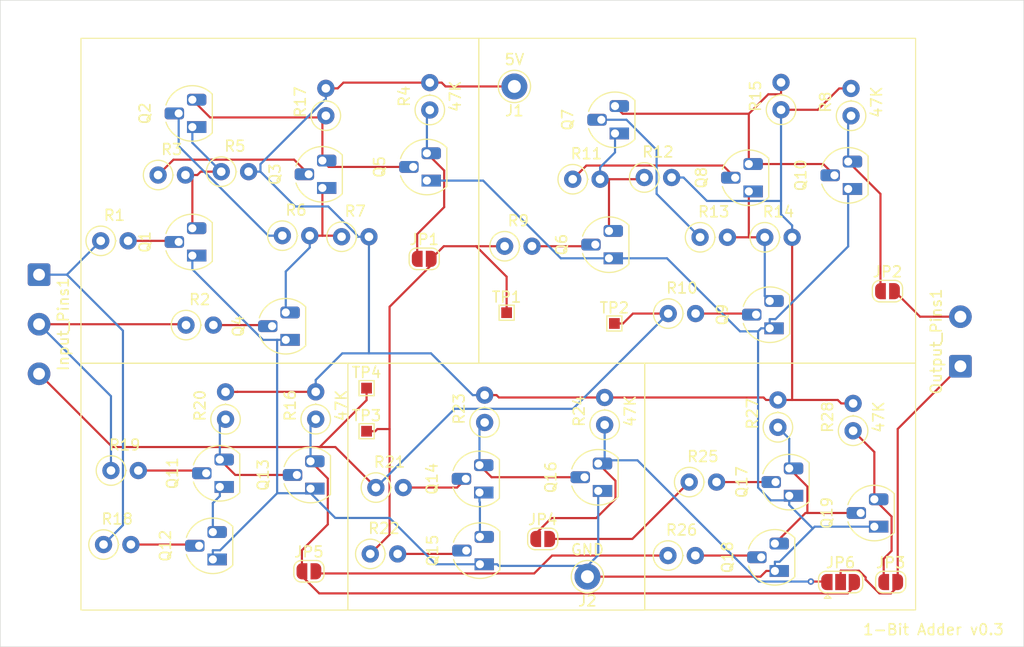
<source format=kicad_pcb>
(kicad_pcb (version 20240108) (generator "pcbnew") (generator_version "8.0")
  (layers (0 "F.Cu" signal) (31 "B.Cu" signal) (34 "B.Paste" user) (35 "F.Paste" user) (36 "B.SilkS" user "B.Silkscreen") (37 "F.SilkS" user "F.Silkscreen") (38 "B.Mask" user) (39 "F.Mask" user) (44 "Edge.Cuts" user))
  (net 0 "")
  (net 1 "Net-(Input_Pins1-Pin_3)")
  (net 2 "Net-(Input_Pins1-Pin_2)")
  (net 3 "Net-(Input_Pins1-Pin_1)")
  (net 4 "Net-(JP1-B)")
  (net 5 "Net-(JP1-A)")
  (net 6 "Net-(J1-Pin_1)")
  (net 7 "Net-(Q1-C)")
  (net 8 "Net-(Q1-B)")
  (net 9 "Net-(Q2-B)")
  (net 10 "Net-(Q2-C)")
  (net 11 "Net-(Q3-E)")
  (net 12 "Net-(Q3-B)")
  (net 13 "Net-(Q4-B)")
  (net 14 "Net-(JP2-B)")
  (net 15 "Net-(Q6-B)")
  (net 16 "Net-(Q6-C)")
  (net 17 "Net-(Q7-B)")
  (net 18 "Net-(Q10-B)")
  (net 19 "Net-(Q8-E)")
  (net 20 "Net-(Q8-B)")
  (net 21 "Net-(Q9-B)")
  (net 22 "Net-(Q11-B)")
  (net 23 "Net-(Q11-C)")
  (net 24 "Net-(Q11-E)")
  (net 25 "Net-(Q12-B)")
  (net 26 "Net-(JP2-A)")
  (net 27 "Net-(Q14-E)")
  (net 28 "Net-(Q14-C)")
  (net 29 "Net-(Q14-B)")
  (net 30 "Net-(Q15-B)")
  (net 31 "Net-(JP3-A)")
  (net 32 "Net-(Q17-C)")
  (net 33 "Net-(JP3-B)")
  (net 34 "Net-(Q17-B)")
  (net 35 "Net-(Q18-B)")
  (net 36 "Net-(J2-Pin_1)")
  (net 37 "Net-(JP4-A)")
  (net 38 "Net-(JP4-B)")
  (net 39 "Net-(JP5-B)")
  (net 40 "Net-(JP5-A)")
  (footprint "Jumper:SolderJumper-3_P1.3mm_Open_RoundedPad1.0x1.5mm" (layer "F.Cu") (at 90 66)
    (property "Reference" "JP6")
    (property "Value" "~")
  )
  (footprint "Package_TO_SOT_THT:TO-92_HandSolder" (layer "F.Cu") (at 56.52 64.35 90)
    (property "Reference" "Q15")
    (property "Value" "2N3904")
  )
  (footprint "Resistor_THT:R_Axial_DIN0207_L6.3mm_D2.5mm_P2.54mm_Vertical" (layer "F.Cu") (at 26.65 28.22)
    (property "Reference" "R3")
    (property "Value" "220K")
  )
  (footprint "Jumper:SolderJumper-2_P1.3mm_Open_RoundedPad1.0x1.5mm" (layer "F.Cu") (at 51.35 36)
    (property "Reference" "JP1")
    (property "Value" "~")
  )
  (footprint "Resistor_THT:R_Axial_DIN0207_L6.3mm_D2.5mm_P2.54mm_Vertical" (layer "F.Cu") (at 32.51 27.91)
    (property "Reference" "R5")
    (property "Value" "220K")
  )
  (footprint "Package_TO_SOT_THT:TO-92_HandSolder" (layer "F.Cu") (at 41.9 29.42 90)
    (property "Reference" "Q3")
    (property "Value" "2N3904")
  )
  (footprint "Resistor_THT:R_Axial_DIN0207_L6.3mm_D2.5mm_P2.54mm_Vertical" (layer "F.Cu") (at 43.68 33.95)
    (property "Reference" "R7")
    (property "Value" "220K")
  )
  (footprint "Jumper:SolderJumper-2_P1.3mm_Open_RoundedPad1.0x1.5mm" (layer "F.Cu") (at 94.35 39)
    (property "Reference" "JP2")
    (property "Value" "~")
  )
  (footprint "Package_TO_SOT_THT:TO-92_HandSolder" (layer "F.Cu") (at 69.06 24.36 90)
    (property "Reference" "Q7")
    (property "Value" "2N3904")
  )
  (footprint "Jumper:SolderJumper-2_P1.3mm_Open_RoundedPad1.0x1.5mm" (layer "F.Cu") (at 40.65 65)
    (property "Reference" "JP5")
    (property "Value" "~")
  )
  (footprint "Resistor_THT:R_Axial_DIN0207_L6.3mm_D2.5mm_P2.54mm_Vertical" (layer "F.Cu") (at 68.1 51.41 90)
    (property "Reference" "R24")
    (property "Value" "47K")
  )
  (footprint "Resistor_THT:R_Axial_DIN0207_L6.3mm_D2.5mm_P2.54mm_Vertical" (layer "F.Cu") (at 38.185 33.85)
    (property "Reference" "R6")
    (property "Value" "220K")
  )
  (footprint "Resistor_THT:R_Axial_DIN0207_L6.3mm_D2.5mm_P2.54mm_Vertical" (layer "F.Cu") (at 22.275 55.65)
    (property "Reference" "R19")
    (property "Value" "220K")
  )
  (footprint "Package_TO_SOT_THT:TO-92_HandSolder" (layer "F.Cu") (at 68.5 35.95 90)
    (property "Reference" "Q6")
    (property "Value" "2N3904")
  )
  (footprint "Resistor_THT:R_Axial_DIN0207_L6.3mm_D2.5mm_P2.54mm_Vertical" (layer "F.Cu") (at 84.47 22.165 90)
    (property "Reference" "R15")
    (property "Value" "220K")
  )
  (footprint "Connector_Pin:Pin_D1.0mm_L10.0mm_LooseFit" (layer "F.Cu") (at 59.72 20)
    (property "Reference" "J1")
    (property "Value" "5V")
  )
  (footprint "Package_TO_SOT_THT:TO-92_HandSolder" (layer "F.Cu") (at 81.48 29.74 90)
    (property "Reference" "Q8")
    (property "Value" "2N3904")
  )
  (footprint "Resistor_THT:R_Axial_DIN0207_L6.3mm_D2.5mm_P2.54mm_Vertical" (layer "F.Cu") (at 21.585 62.52)
    (property "Reference" "R18")
    (property "Value" "220K")
  )
  (footprint "Resistor_THT:R_Axial_DIN0207_L6.3mm_D2.5mm_P2.54mm_Vertical" (layer "F.Cu") (at 73.975 63.54)
    (property "Reference" "R26")
    (property "Value" "220K")
  )
  (footprint "Resistor_THT:R_Axial_DIN0207_L6.3mm_D2.5mm_P2.54mm_Vertical" (layer "F.Cu") (at 74 41.08)
    (property "Reference" "R10")
    (property "Value" "220K")
  )
  (footprint "Resistor_THT:R_Axial_DIN0207_L6.3mm_D2.5mm_P2.54mm_Vertical" (layer "F.Cu") (at 46.345 63.39)
    (property "Reference" "R22")
    (property "Value" "220K")
  )
  (footprint "Jumper:SolderJumper-2_P1.3mm_Open_RoundedPad1.0x1.5mm" (layer "F.Cu") (at 62.35 62)
    (property "Reference" "JP4")
    (property "Value" "~")
  )
  (footprint "Package_TO_SOT_THT:TO-92_HandSolder" (layer "F.Cu") (at 31.73 63.9 90)
    (property "Reference" "Q12")
    (property "Value" "2N3904")
  )
  (footprint "Resistor_THT:R_Axial_DIN0207_L6.3mm_D2.5mm_P2.54mm_Vertical" (layer "F.Cu") (at 56.96 51.19 90)
    (property "Reference" "R23")
    (property "Value" "220K")
  )
  (footprint "Connector_Wire:SolderWire-0.5sqmm_1x03_P4.6mm_D0.9mm_OD2.1mm" (layer "F.Cu") (at 15.6 37.47 -90)
    (property "Reference" "Input_Pins1")
    (property "Value" "~")
  )
  (footprint "Resistor_THT:R_Axial_DIN0207_L6.3mm_D2.5mm_P2.54mm_Vertical" (layer "F.Cu") (at 76.955 34)
    (property "Reference" "R13")
    (property "Value" "220K")
  )
  (footprint "Connector_Pin:Pin_D1.0mm_L10.0mm_LooseFit" (layer "F.Cu") (at 66.5 65.5)
    (property "Reference" "J2")
    (property "Value" "GND")
  )
  (footprint "Package_TO_SOT_THT:TO-92_HandSolder" (layer "F.Cu") (at 67.5 57.54 90)
    (property "Reference" "Q16")
    (property "Value" "2N3904")
  )
  (footprint "Package_TO_SOT_THT:TO-92_HandSolder" (layer "F.Cu") (at 83.42 42.45 90)
    (property "Reference" "Q9")
    (property "Value" "2N3904")
  )
  (footprint "Connector_Wire:SolderWire-0.5sqmm_1x02_P4.6mm_D0.9mm_OD2.1mm" (layer "F.Cu") (at 101.12 45.97 90)
    (property "Reference" "Output_Pins1")
    (property "Value" "~")
  )
  (footprint "Resistor_THT:R_Axial_DIN0207_L6.3mm_D2.5mm_P2.54mm_Vertical" (layer "F.Cu") (at 51.87 22.185 90)
    (property "Reference" "R4")
    (property "Value" "47K")
  )
  (footprint "Resistor_THT:R_Axial_DIN0207_L6.3mm_D2.5mm_P2.54mm_Vertical" (layer "F.Cu") (at 71.775 28.45)
    (property "Reference" "R12")
    (property "Value" "220K")
  )
  (footprint "Resistor_THT:R_Axial_DIN0207_L6.3mm_D2.5mm_P2.54mm_Vertical" (layer "F.Cu") (at 90.97 22.725 90)
    (property "Reference" "R8")
    (property "Value" "47K")
  )
  (footprint "Resistor_THT:R_Axial_DIN0207_L6.3mm_D2.5mm_P2.54mm_Vertical" (layer "F.Cu") (at 21.325 34.33)
    (property "Reference" "R1")
    (property "Value" "220K")
  )
  (footprint "Resistor_THT:R_Axial_DIN0207_L6.3mm_D2.5mm_P2.54mm_Vertical" (layer "F.Cu") (at 29.24 42.15)
    (property "Reference" "R2")
    (property "Value" "220K")
  )
  (footprint "Package_TO_SOT_THT:TO-92_HandSolder" (layer "F.Cu") (at 83.9 64.97 90)
    (property "Reference" "Q18")
    (property "Value" "2N3904")
  )
  (footprint "Package_TO_SOT_THT:TO-92_HandSolder" (layer "F.Cu") (at 29.83 23.77 90)
    (property "Reference" "Q2")
    (property "Value" "2N3904")
  )
  (footprint "Resistor_THT:R_Axial_DIN0207_L6.3mm_D2.5mm_P2.54mm_Vertical" (layer "F.Cu") (at 32.91 50.89 90)
    (property "Reference" "R20")
    (property "Value" "220K")
  )
  (footprint "Package_TO_SOT_THT:TO-92_HandSolder" (layer "F.Cu") (at 29.83 35.7 90)
    (property "Reference" "Q1")
    (property "Value" "2N3904")
  )
  (footprint "Jumper:SolderJumper-2_P1.3mm_Open_RoundedPad1.0x1.5mm" (layer "F.Cu") (at 94.65 66)
    (property "Reference" "JP3")
    (property "Value" "~")
  )
  (footprint "Resistor_THT:R_Axial_DIN0207_L6.3mm_D2.5mm_P2.54mm_Vertical" (layer "F.Cu") (at 58.815 34.83)
    (property "Reference" "R9")
    (property "Value" "220K")
  )
  (footprint "Resistor_THT:R_Axial_DIN0207_L6.3mm_D2.5mm_P2.54mm_Vertical" (layer "F.Cu") (at 75.945 56.72)
    (property "Reference" "R25")
    (property "Value" "220K")
  )
  (footprint "TestPoint:TestPoint_Pad_1.0x1.0mm" (layer "F.Cu") (at 69 42)
    (property "Reference" "TP2")
    (property "Value" "~")
  )
  (footprint "Package_TO_SOT_THT:TO-92_HandSolder" (layer "F.Cu") (at 93.13 60.86 90)
    (property "Reference" "Q19")
    (property "Value" "2N3904")
  )
  (footprint "Package_TO_SOT_THT:TO-92_HandSolder" (layer "F.Cu") (at 38.5 43.52 90)
    (property "Reference" "Q4")
    (property "Value" "2N3904")
  )
  (footprint "Resistor_THT:R_Axial_DIN0207_L6.3mm_D2.5mm_P2.54mm_Vertical" (layer "F.Cu") (at 84.18 51.64 90)
    (property "Reference" "R27")
    (property "Value" "220K")
  )
  (footprint "Package_TO_SOT_THT:TO-92_HandSolder" (layer "F.Cu") (at 40.8 57.33 90)
    (property "Reference" "Q13")
    (property "Value" "2N3904")
  )
  (footprint "Package_TO_SOT_THT:TO-92_HandSolder" (layer "F.Cu") (at 51.6 28.74 90)
    (property "Reference" "Q5")
    (property "Value" "2N3904")
  )
  (footprint "Resistor_THT:R_Axial_DIN0207_L6.3mm_D2.5mm_P2.54mm_Vertical" (layer "F.Cu") (at 42.22 22.715 90)
    (property "Reference" "R17")
    (property "Value" "220K")
  )
  (footprint "TestPoint:TestPoint_Pad_1.0x1.0mm" (layer "F.Cu") (at 46 48)
    (property "Reference" "TP4")
    (property "Value" "~")
  )
  (footprint "Package_TO_SOT_THT:TO-92_HandSolder" (layer "F.Cu") (at 32.38 57.17 90)
    (property "Reference" "Q11")
    (property "Value" "2N3904")
  )
  (footprint "Resistor_THT:R_Axial_DIN0207_L6.3mm_D2.5mm_P2.54mm_Vertical" (layer "F.Cu") (at 46.865 57.23)
    (property "Reference" "R21")
    (property "Value" "220K")
  )
  (footprint "Package_TO_SOT_THT:TO-92_HandSolder" (layer "F.Cu") (at 90.7 29.515 90)
    (property "Reference" "Q10")
    (property "Value" "2N3904")
  )
  (footprint "Resistor_THT:R_Axial_DIN0207_L6.3mm_D2.5mm_P2.54mm_Vertical" (layer "F.Cu") (at 91.16 51.96 90)
    (property "Reference" "R28")
    (property "Value" "47K")
  )
  (footprint "Package_TO_SOT_THT:TO-92_HandSolder" (layer "F.Cu") (at 85.23 57.99 90)
    (property "Reference" "Q17")
    (property "Value" "2N3904")
  )
  (footprint "Package_TO_SOT_THT:TO-92_HandSolder" (layer "F.Cu") (at 56.48 57.69 90)
    (property "Reference" "Q14")
    (property "Value" "2N3904")
  )
  (footprint "Resistor_THT:R_Axial_DIN0207_L6.3mm_D2.5mm_P2.54mm_Vertical" (layer "F.Cu") (at 65.135 28.61)
    (property "Reference" "R11")
    (property "Value" "220K")
  )
  (footprint "TestPoint:TestPoint_Pad_1.0x1.0mm" (layer "F.Cu") (at 59 41)
    (property "Reference" "TP1")
    (property "Value" "~")
  )
  (footprint "Resistor_THT:R_Axial_DIN0207_L6.3mm_D2.5mm_P2.54mm_Vertical" (layer "F.Cu") (at 82.96 34)
    (property "Reference" "R14")
    (property "Value" "220K")
  )
  (footprint "TestPoint:TestPoint_Pad_1.0x1.0mm" (layer "F.Cu") (at 46 52)
    (property "Reference" "TP3")
    (property "Value" "~")
  )
  (footprint "Resistor_THT:R_Axial_DIN0207_L6.3mm_D2.5mm_P2.54mm_Vertical" (layer "F.Cu") (at 41.28 50.885 90)
    (property "Reference" "R16")
    (property "Value" "47K")
  )
  (gr_rect (start 71.82 45.68) (end 96.96 68.59) (stroke (width 0.1)) (fill none) (layer "F.SilkS"))
  (gr_rect (start 19.49 15.53) (end 56.42 45.69) (stroke (width 0.1)) (fill none) (layer "F.SilkS"))
  (gr_rect (start 56.42 15.53) (end 96.96 45.68) (stroke (width 0.1)) (fill none) (layer "F.SilkS"))
  (gr_rect (start 44.27 45.69) (end 71.82 68.6) (stroke (width 0.1)) (fill none) (layer "F.SilkS"))
  (gr_rect (start 19.49 45.69) (end 44.27 68.6) (stroke (width 0.1)) (fill none) (layer "F.SilkS"))
  (gr_rect (start 12 12) (end 107 72) (stroke (width 0.05)) (fill none) (layer "Edge.Cuts"))
  (gr_text "1-Bit Adder v0.3" (at 92 71 0) (layer "F.SilkS") (effects (font (size 1 1)) (justify left bottom)))
  (segment (start 15.6 46.67) (end 22.398 53.468) (width 0.2) (layer "F.Cu") (net 1))
  (segment (start 22.398 53.468) (end 41.6509 53.468) (width 0.2) (layer "F.Cu") (net 1))
  (segment (start 74 41.08) (end 70.7217 41.08) (width 0.2) (layer "F.Cu") (net 1))
  (segment (start 41.6509 53.468) (end 46 49.1189) (width 0.2) (layer "F.Cu") (net 1))
  (segment (start 46 49.1189) (end 46 48) (width 0.2) (layer "F.Cu") (net 1))
  (segment (start 41.6509 53.468) (end 43.103 53.468) (width 0.2) (layer "F.Cu") (net 1))
  (segment (start 43.103 53.468) (end 46.865 57.23) (width 0.2) (layer "F.Cu") (net 1))
  (segment (start 70.7217 41.08) (end 69.8017 42) (width 0.2) (layer "F.Cu") (net 1))
  (segment (start 69 42) (end 69.8017 42) (width 0.2) (layer "F.Cu") (net 1))
  (segment (start 54.175 49.92) (end 65.16 49.92) (width 0.2) (layer "B.Cu") (net 1))
  (segment (start 46.865 57.23) (end 54.175 49.92) (width 0.2) (layer "B.Cu") (net 1))
  (segment (start 65.16 49.92) (end 74 41.08) (width 0.2) (layer "B.Cu") (net 1))
  (segment (start 29.16 42.07) (end 29.24 42.15) (width 0.2) (layer "F.Cu") (net 2))
  (segment (start 15.6 42.07) (end 29.16 42.07) (width 0.2) (layer "F.Cu") (net 2))
  (segment (start 22.275 48.745) (end 22.275 55.65) (width 0.2) (layer "B.Cu") (net 2))
  (segment (start 15.6 42.07) (end 22.275 48.745) (width 0.2) (layer "B.Cu") (net 2))
  (segment (start 23.3867 42.6717) (end 23.3867 60.7183) (width 0.2) (layer "B.Cu") (net 3))
  (segment (start 15.6 37.47) (end 18.185 37.47) (width 0.2) (layer "B.Cu") (net 3))
  (segment (start 18.185 37.47) (end 23.3867 42.6717) (width 0.2) (layer "B.Cu") (net 3))
  (segment (start 18.185 37.47) (end 21.325 34.33) (width 0.2) (layer "B.Cu") (net 3))
  (segment (start 23.3867 60.7183) (end 21.585 62.52) (width 0.2) (layer "B.Cu") (net 3))
  (segment (start 48.135 61.6) (end 46.345 63.39) (width 0.2) (layer "F.Cu") (net 4))
  (segment (start 52 36) (end 52 36.585) (width 0.2) (layer "F.Cu") (net 4))
  (segment (start 48.135 51.7983) (end 48.135 61.6) (width 0.2) (layer "F.Cu") (net 4))
  (segment (start 46 52) (end 46.8017 52) (width 0.2) (layer "F.Cu") (net 4))
  (segment (start 59 37.6607) (end 59 41) (width 0.2) (layer "F.Cu") (net 4))
  (segment (start 48.135 40.45) (end 48.135 51.7983) (width 0.2) (layer "F.Cu") (net 4))
  (segment (start 56.1693 34.83) (end 59 37.6607) (width 0.2) (layer "F.Cu") (net 4))
  (segment (start 58.815 34.83) (end 56.1693 34.83) (width 0.2) (layer "F.Cu") (net 4))
  (segment (start 52 36.585) (end 48.135 40.45) (width 0.2) (layer "F.Cu") (net 4))
  (segment (start 56.1693 34.83) (end 53.17 34.83) (width 0.2) (layer "F.Cu") (net 4))
  (segment (start 48.135 51.7983) (end 47.0034 51.7983) (width 0.2) (layer "F.Cu") (net 4))
  (segment (start 53.17 34.83) (end 52 36) (width 0.2) (layer "F.Cu") (net 4))
  (segment (start 47.0034 51.7983) (end 46.8017 52) (width 0.2) (layer "F.Cu") (net 4))
  (segment (start 53.2017 27.8017) (end 53.2017 31.2004) (width 0.2) (layer "F.Cu") (net 5))
  (segment (start 50.7 33.7021) (end 50.7 36) (width 0.2) (layer "F.Cu") (net 5))
  (segment (start 53.2017 31.2004) (end 50.7 33.7021) (width 0.2) (layer "F.Cu") (net 5))
  (segment (start 51.6 26.2) (end 53.2017 27.8017) (width 0.2) (layer "F.Cu") (net 5))
  (segment (start 51.6 22.455) (end 51.6 26.2) (width 0.2) (layer "B.Cu") (net 5))
  (segment (start 51.87 22.185) (end 51.6 22.455) (width 0.2) (layer "B.Cu") (net 5))
  (segment (start 87.8883 22.165) (end 84.47 22.165) (width 0.2) (layer "F.Cu") (net 6))
  (segment (start 34.0117 48.35) (end 34.0167 48.345) (width 0.2) (layer "F.Cu") (net 6))
  (segment (start 90.97 20.185) (end 89.8683 20.185) (width 0.2) (layer "F.Cu") (net 6))
  (segment (start 42.22 20.175) (end 43.3217 20.175) (width 0.2) (layer "F.Cu") (net 6))
  (segment (start 34.0167 48.345) (end 41.28 48.345) (width 0.2) (layer "F.Cu") (net 6))
  (segment (start 90.0583 49.42) (end 91.16 49.42) (width 0.2) (layer "F.Cu") (net 6))
  (segment (start 84.18 49.1) (end 83.0783 49.1) (width 0.2) (layer "F.Cu") (net 6))
  (segment (start 89.7383 49.1) (end 90.0583 49.42) (width 0.2) (layer "F.Cu") (net 6))
  (segment (start 83.0783 49.1) (end 82.8483 48.87) (width 0.2) (layer "F.Cu") (net 6))
  (segment (start 85.5 49.1) (end 85.5 34) (width 0.2) (layer "F.Cu") (net 6))
  (segment (start 53.3267 20) (end 59.72 20) (width 0.2) (layer "F.Cu") (net 6))
  (segment (start 51.87 19.645) (end 52.9717 19.645) (width 0.2) (layer "F.Cu") (net 6))
  (segment (start 52.9717 19.645) (end 53.3267 20) (width 0.2) (layer "F.Cu") (net 6))
  (segment (start 82.8483 48.87) (end 68.1 48.87) (width 0.2) (layer "F.Cu") (net 6))
  (segment (start 84.18 49.1) (end 85.5 49.1) (width 0.2) (layer "F.Cu") (net 6))
  (segment (start 56.96 48.65) (end 58.0617 48.65) (width 0.2) (layer "F.Cu") (net 6))
  (segment (start 58.0617 48.65) (end 58.2817 48.87) (width 0.2) (layer "F.Cu") (net 6))
  (segment (start 58.2817 48.87) (end 68.1 48.87) (width 0.2) (layer "F.Cu") (net 6))
  (segment (start 85.5 49.1) (end 89.7383 49.1) (width 0.2) (layer "F.Cu") (net 6))
  (segment (start 32.91 48.35) (end 34.0117 48.35) (width 0.2) (layer "F.Cu") (net 6))
  (segment (start 43.3217 20.175) (end 43.8517 19.645) (width 0.2) (layer "F.Cu") (net 6))
  (segment (start 43.8517 19.645) (end 51.87 19.645) (width 0.2) (layer "F.Cu") (net 6))
  (segment (start 89.8683 20.185) (end 87.8883 22.165) (width 0.2) (layer "F.Cu") (net 6))
  (segment (start 84.47 31.8683) (end 85.5 32.8983) (width 0.2) (layer "B.Cu") (net 6))
  (segment (start 41.28 48.345) (end 41.28 47.2433) (width 0.2) (layer "B.Cu") (net 6))
  (segment (start 85.5 32.8983) (end 85.5 34) (width 0.2) (layer "B.Cu") (net 6))
  (segment (start 42.0858 21.2767) (end 36.1517 27.2108) (width 0.2) (layer "B.Cu") (net 6))
  (segment (start 42.22 21.2767) (end 42.0858 21.2767) (width 0.2) (layer "B.Cu") (net 6))
  (segment (start 39.3808 31.1391) (end 36.1517 27.91) (width 0.2) (layer "B.Cu") (net 6))
  (segment (start 84.47 30.6268) (end 77.5935 30.6268) (width 0.2) (layer "B.Cu") (net 6))
  (segment (start 84.47 22.165) (end 84.47 30.6268) (width 0.2) (layer "B.Cu") (net 6))
  (segment (start 42.4451 31.1391) (end 39.3808 31.1391) (width 0.2) (layer "B.Cu") (net 6))
  (segment (start 42.22 20.175) (end 42.22 21.2767) (width 0.2) (layer "B.Cu") (net 6))
  (segment (start 84.47 30.6268) (end 84.47 31.8683) (width 0.2) (layer "B.Cu") (net 6))
  (segment (start 46.22 44.7733) (end 51.9816 44.7733) (width 0.2) (layer "B.Cu") (net 6))
  (segment (start 46.22 44.7733) (end 46.22 33.95) (width 0.2) (layer "B.Cu") (net 6))
  (segment (start 45.1183 33.95) (end 45.1183 33.8123) (width 0.2) (layer "B.Cu") (net 6))
  (segment (start 46.22 33.95) (end 45.1183 33.95) (width 0.2) (layer "B.Cu") (net 6))
  (segment (start 77.5935 30.6268) (end 75.4167 28.45) (width 0.2) (layer "B.Cu") (net 6))
  (segment (start 45.1183 33.8123) (end 42.4451 31.1391) (width 0.2) (layer "B.Cu") (net 6))
  (segment (start 75.4167 28.45) (end 74.315 28.45) (width 0.2) (layer "B.Cu") (net 6))
  (segment (start 36.1517 27.2108) (end 36.1517 27.91) (width 0.2) (layer "B.Cu") (net 6))
  (segment (start 35.05 27.91) (end 36.1517 27.91) (width 0.2) (layer "B.Cu") (net 6))
  (segment (start 51.9816 44.7733) (end 55.8583 48.65) (width 0.2) (layer "B.Cu") (net 6))
  (segment (start 55.8583 48.65) (end 56.96 48.65) (width 0.2) (layer "B.Cu") (net 6))
  (segment (start 41.28 47.2433) (end 43.75 44.7733) (width 0.2) (layer "B.Cu") (net 6))
  (segment (start 43.75 44.7733) (end 46.22 44.7733) (width 0.2) (layer "B.Cu") (net 6))
  (segment (start 32.51 27.91) (end 30.6017 27.91) (width 0.2) (layer "F.Cu") (net 7))
  (segment (start 29.7409 28.22) (end 29.83 28.3091) (width 0.2) (layer "F.Cu") (net 7))
  (segment (start 30.2917 28.22) (end 29.7409 28.22) (width 0.2) (layer "F.Cu") (net 7))
  (segment (start 29.19 28.22) (end 29.7409 28.22) (width 0.2) (layer "F.Cu") (net 7))
  (segment (start 29.83 28.3091) (end 29.83 33.16) (width 0.2) (layer "F.Cu") (net 7))
  (segment (start 30.6017 27.91) (end 30.2917 28.22) (width 0.2) (layer "F.Cu") (net 7))
  (segment (start 32.51 27.91) (end 29.83 25.23) (width 0.2) (layer "B.Cu") (net 7))
  (segment (start 29.83 25.23) (end 29.83 23.77) (width 0.2) (layer "B.Cu") (net 7))
  (segment (start 28.46 34.33) (end 28.56 34.43) (width 0.2) (layer "F.Cu") (net 8))
  (segment (start 23.865 34.33) (end 28.46 34.33) (width 0.2) (layer "F.Cu") (net 8))
  (segment (start 38.185 33.85) (end 36.8786 33.85) (width 0.2) (layer "B.Cu") (net 9))
  (segment (start 36.8786 33.85) (end 28.56 25.5314) (width 0.2) (layer "B.Cu") (net 9))
  (segment (start 28.56 25.5314) (end 28.56 22.5) (width 0.2) (layer "B.Cu") (net 9))
  (segment (start 41.9 22.875) (end 31.475 22.875) (width 0.2) (layer "F.Cu") (net 10))
  (segment (start 42.06 22.875) (end 41.9 22.875) (width 0.2) (layer "F.Cu") (net 10))
  (segment (start 42.49 27.47) (end 41.9 26.88) (width 0.2) (layer "F.Cu") (net 10))
  (segment (start 42.22 22.715) (end 42.06 22.875) (width 0.2) (layer "F.Cu") (net 10))
  (segment (start 31.475 22.875) (end 29.83 21.23) (width 0.2) (layer "F.Cu") (net 10))
  (segment (start 41.9 22.875) (end 41.9 26.88) (width 0.2) (layer "F.Cu") (net 10))
  (segment (start 50.33 27.47) (end 42.49 27.47) (width 0.2) (layer "F.Cu") (net 10))
  (segment (start 41.9 33.85) (end 43.58 33.85) (width 0.2) (layer "F.Cu") (net 11))
  (segment (start 43.58 33.85) (end 43.68 33.95) (width 0.2) (layer "F.Cu") (net 11))
  (segment (start 41.9 33.85) (end 41.9 29.42) (width 0.2) (layer "F.Cu") (net 11))
  (segment (start 40.725 33.85) (end 41.9 33.85) (width 0.2) (layer "F.Cu") (net 11))
  (segment (start 40.725 33.85) (end 40.725 34.9517) (width 0.2) (layer "B.Cu") (net 11))
  (segment (start 40.725 34.9517) (end 38.5 37.1767) (width 0.2) (layer "B.Cu") (net 11))
  (segment (start 38.5 37.1767) (end 38.5 40.98) (width 0.2) (layer "B.Cu") (net 11))
  (segment (start 28.0743 26.7957) (end 39.2757 26.7957) (width 0.2) (layer "F.Cu") (net 12))
  (segment (start 26.65 28.22) (end 28.0743 26.7957) (width 0.2) (layer "F.Cu") (net 12))
  (segment (start 39.2757 26.7957) (end 40.63 28.15) (width 0.2) (layer "F.Cu") (net 12))
  (segment (start 31.78 42.15) (end 37.13 42.15) (width 0.2) (layer "F.Cu") (net 13))
  (segment (start 37.13 42.15) (end 37.23 42.25) (width 0.2) (layer "F.Cu") (net 13))
  (segment (start 101.12 41.37) (end 97.37 41.37) (width 0.2) (layer "F.Cu") (net 14))
  (segment (start 97.37 41.37) (end 95 39) (width 0.2) (layer "F.Cu") (net 14))
  (segment (start 67.08 34.83) (end 67.23 34.68) (width 0.2) (layer "F.Cu") (net 15))
  (segment (start 61.355 34.83) (end 67.08 34.83) (width 0.2) (layer "F.Cu") (net 15))
  (segment (start 68.5 28.61) (end 71.615 28.61) (width 0.2) (layer "F.Cu") (net 16))
  (segment (start 68.5 28.61) (end 68.5 33.41) (width 0.2) (layer "F.Cu") (net 16))
  (segment (start 67.675 28.61) (end 68.5 28.61) (width 0.2) (layer "F.Cu") (net 16))
  (segment (start 71.615 28.61) (end 71.775 28.45) (width 0.2) (layer "F.Cu") (net 16))
  (segment (start 69.06 26.1233) (end 69.06 24.36) (width 0.2) (layer "B.Cu") (net 16))
  (segment (start 67.675 28.61) (end 67.675 27.5083) (width 0.2) (layer "B.Cu") (net 16))
  (segment (start 67.675 27.5083) (end 69.06 26.1233) (width 0.2) (layer "B.Cu") (net 16))
  (segment (start 72.9209 29.9659) (end 72.9209 25.8869) (width 0.2) (layer "B.Cu") (net 17))
  (segment (start 70.124 23.09) (end 67.79 23.09) (width 0.2) (layer "B.Cu") (net 17))
  (segment (start 76.955 34) (end 72.9209 29.9659) (width 0.2) (layer "B.Cu") (net 17))
  (segment (start 72.9209 25.8869) (end 70.124 23.09) (width 0.2) (layer "B.Cu") (net 17))
  (segment (start 69.774 22.534) (end 69.06 21.82) (width 0.2) (layer "F.Cu") (net 18))
  (segment (start 81.48 27.2) (end 88.385 27.2) (width 0.2) (layer "F.Cu") (net 18))
  (segment (start 88.385 27.2) (end 89.43 28.245) (width 0.2) (layer "F.Cu") (net 18))
  (segment (start 81.48 22.534) (end 81.48 27.2) (width 0.2) (layer "F.Cu") (net 18))
  (segment (start 81.48 22.534) (end 69.774 22.534) (width 0.2) (layer "F.Cu") (net 18))
  (segment (start 83.2873 20.7267) (end 81.48 22.534) (width 0.2) (layer "F.Cu") (net 18))
  (segment (start 84.47 19.625) (end 84.47 20.7267) (width 0.2) (layer "F.Cu") (net 18))
  (segment (start 84.47 20.7267) (end 83.2873 20.7267) (width 0.2) (layer "F.Cu") (net 18))
  (segment (start 81.48 34) (end 79.495 34) (width 0.2) (layer "F.Cu") (net 19))
  (segment (start 81.48 34) (end 81.48 29.74) (width 0.2) (layer "F.Cu") (net 19))
  (segment (start 82.96 34) (end 81.48 34) (width 0.2) (layer "F.Cu") (net 19))
  (segment (start 82.96 34) (end 82.96 39.45) (width 0.2) (layer "B.Cu") (net 19))
  (segment (start 82.96 39.45) (end 83.42 39.91) (width 0.2) (layer "B.Cu") (net 19))
  (segment (start 79.0809 27.3409) (end 80.21 28.47) (width 0.2) (layer "F.Cu") (net 20))
  (segment (start 66.4041 27.3409) (end 79.0809 27.3409) (width 0.2) (layer "F.Cu") (net 20))
  (segment (start 65.135 28.61) (end 66.4041 27.3409) (width 0.2) (layer "F.Cu") (net 20))
  (segment (start 82.05 41.08) (end 82.15 41.18) (width 0.2) (layer "F.Cu") (net 21))
  (segment (start 76.54 41.08) (end 82.05 41.08) (width 0.2) (layer "F.Cu") (net 21))
  (segment (start 30.86 55.65) (end 31.11 55.9) (width 0.2) (layer "F.Cu") (net 22))
  (segment (start 24.815 55.65) (end 30.86 55.65) (width 0.2) (layer "F.Cu") (net 22))
  (segment (start 33.81 56.06) (end 39.53 56.06) (width 0.2) (layer "F.Cu") (net 23))
  (segment (start 32.38 54.63) (end 33.81 56.06) (width 0.2) (layer "F.Cu") (net 23))
  (segment (start 32.38 51.42) (end 32.38 54.63) (width 0.2) (layer "B.Cu") (net 23))
  (segment (start 32.91 50.89) (end 32.38 51.42) (width 0.2) (layer "B.Cu") (net 23))
  (segment (start 32.38 57.17) (end 32.38 58.0217) (width 0.2) (layer "B.Cu") (net 24))
  (segment (start 31.73 58.6717) (end 31.73 61.36) (width 0.2) (layer "B.Cu") (net 24))
  (segment (start 32.38 58.0217) (end 31.73 58.6717) (width 0.2) (layer "B.Cu") (net 24))
  (segment (start 24.125 62.52) (end 30.35 62.52) (width 0.2) (layer "F.Cu") (net 25))
  (segment (start 30.35 62.52) (end 30.46 62.63) (width 0.2) (layer "F.Cu") (net 25))
  (segment (start 93.7 29.975) (end 93.7 39) (width 0.2) (layer "F.Cu") (net 26))
  (segment (start 90.7 26.975) (end 93.7 29.975) (width 0.2) (layer "F.Cu") (net 26))
  (segment (start 90.7 22.995) (end 90.7 26.975) (width 0.2) (layer "B.Cu") (net 26))
  (segment (start 90.97 22.725) (end 90.7 22.995) (width 0.2) (layer "B.Cu") (net 26))
  (segment (start 56.52 58.5817) (end 56.52 61.81) (width 0.2) (layer "B.Cu") (net 27))
  (segment (start 56.48 57.69) (end 56.48 58.5417) (width 0.2) (layer "B.Cu") (net 27))
  (segment (start 56.48 58.5417) (end 56.52 58.5817) (width 0.2) (layer "B.Cu") (net 27))
  (segment (start 57.6 56.27) (end 66.23 56.27) (width 0.2) (layer "F.Cu") (net 28))
  (segment (start 56.48 55.15) (end 57.6 56.27) (width 0.2) (layer "F.Cu") (net 28))
  (segment (start 56.48 51.67) (end 56.48 55.15) (width 0.2) (layer "B.Cu") (net 28))
  (segment (start 56.96 51.19) (end 56.48 51.67) (width 0.2) (layer "B.Cu") (net 28))
  (segment (start 49.405 57.23) (end 54.4 57.23) (width 0.2) (layer "F.Cu") (net 29))
  (segment (start 54.4 57.23) (end 55.21 56.42) (width 0.2) (layer "F.Cu") (net 29))
  (segment (start 54.94 63.39) (end 55.25 63.08) (width 0.2) (layer "F.Cu") (net 30))
  (segment (start 48.885 63.39) (end 54.94 63.39) (width 0.2) (layer "F.Cu") (net 30))
  (segment (start 94 63.8378) (end 94 66) (width 0.2) (layer "F.Cu") (net 31))
  (segment (start 93.13 53.93) (end 93.13 58.32) (width 0.2) (layer "F.Cu") (net 31))
  (segment (start 94.7317 63.1061) (end 94 63.8378) (width 0.2) (layer "F.Cu") (net 31))
  (segment (start 93.13 58.32) (end 94.7317 59.9217) (width 0.2) (layer "F.Cu") (net 31))
  (segment (start 94.7317 59.9217) (end 94.7317 63.1061) (width 0.2) (layer "F.Cu") (net 31))
  (segment (start 91.16 51.96) (end 93.13 53.93) (width 0.2) (layer "F.Cu") (net 31))
  (segment (start 91.86 59.59) (end 86.9149 59.59) (width 0.2) (layer "F.Cu") (net 32))
  (segment (start 86.9149 57.1349) (end 86.9149 59.59) (width 0.2) (layer "F.Cu") (net 32))
  (segment (start 85.23 55.45) (end 86.9149 57.1349) (width 0.2) (layer "F.Cu") (net 32))
  (segment (start 86.9149 59.59) (end 86.74 59.59) (width 0.2) (layer "F.Cu") (net 32))
  (segment (start 86.74 59.59) (end 83.9 62.43) (width 0.2) (layer "F.Cu") (net 32))
  (segment (start 85.23 52.69) (end 85.23 55.45) (width 0.2) (layer "B.Cu") (net 32))
  (segment (start 84.18 51.64) (end 85.23 52.69) (width 0.2) (layer "B.Cu") (net 32))
  (segment (start 92.3221 65.7721) (end 93.6017 67.0517) (width 0.2) (layer "F.Cu") (net 33))
  (segment (start 101.12 45.97) (end 95.3 51.79) (width 0.2) (layer "F.Cu") (net 33))
  (segment (start 90 64.9483) (end 91.7039 64.9483) (width 0.2) (layer "F.Cu") (net 33))
  (segment (start 94.6692 67.0517) (end 95.3 66.4209) (width 0.2) (layer "F.Cu") (net 33))
  (segment (start 92.3221 65.5665) (end 92.3221 65.7721) (width 0.2) (layer "F.Cu") (net 33))
  (segment (start 90 66) (end 90 64.9483) (width 0.2) (layer "F.Cu") (net 33))
  (segment (start 95.3 51.79) (end 95.3 66) (width 0.2) (layer "F.Cu") (net 33))
  (segment (start 93.6017 67.0517) (end 94.6692 67.0517) (width 0.2) (layer "F.Cu") (net 33))
  (segment (start 95.3 66.4209) (end 95.3 66) (width 0.2) (layer "F.Cu") (net 33))
  (segment (start 91.7039 64.9483) (end 92.3221 65.5665) (width 0.2) (layer "F.Cu") (net 33))
  (segment (start 78.485 56.72) (end 83.96 56.72) (width 0.2) (layer "F.Cu") (net 34))
  (segment (start 76.515 63.54) (end 82.47 63.54) (width 0.2) (layer "F.Cu") (net 35))
  (segment (start 82.47 63.54) (end 82.63 63.7) (width 0.2) (layer "F.Cu") (net 35))
  (segment (start 83.9 64.97) (end 83.0983 64.97) (width 0.2) (layer "F.Cu") (net 36))
  (segment (start 82.5683 65.5) (end 66.5 65.5) (width 0.2) (layer "F.Cu") (net 36))
  (segment (start 83.0983 64.97) (end 82.5683 65.5) (width 0.2) (layer "F.Cu") (net 36))
  (segment (start 82.3385 42.7298) (end 80.6654 42.7298) (width 0.2) (layer "B.Cu") (net 36))
  (segment (start 31.73 63.0483) (end 32.4058 63.0483) (width 0.2) (layer "B.Cu") (net 36))
  (segment (start 82.3385 42.7298) (end 82.6183 42.45) (width 0.2) (layer "B.Cu") (net 36))
  (segment (start 43.0942 60.05) (end 40.8 57.7558) (width 0.2) (layer "B.Cu") (net 36))
  (segment (start 73.8856 35.95) (end 68.5 35.95) (width 0.2) (layer "B.Cu") (net 36))
  (segment (start 83.9 64.1183) (end 83.9 64.97) (width 0.2) (layer "B.Cu") (net 36))
  (segment (start 66.5 64.5) (end 58.2717 64.5) (width 0.2) (layer "B.Cu") (net 36))
  (segment (start 66.5 64.5) (end 66.5 65.5) (width 0.2) (layer "B.Cu") (net 36))
  (segment (start 87.5911 60.86) (end 87.4197 61.0314) (width 0.2) (layer "B.Cu") (net 36))
  (segment (start 31.73 63.9) (end 31.73 63.0483) (width 0.2) (layer "B.Cu") (net 36))
  (segment (start 40.8 57.33) (end 40.8 57.7558) (width 0.2) (layer "B.Cu") (net 36))
  (segment (start 80.6654 42.7298) (end 73.8856 35.95) (width 0.2) (layer "B.Cu") (net 36))
  (segment (start 85.23 58.8417) (end 85.23 58.4158) (width 0.2) (layer "B.Cu") (net 36))
  (segment (start 83.5232 58.4158) (end 82.3385 57.2311) (width 0.2) (layer "B.Cu") (net 36))
  (segment (start 51.6 28.74) (end 56.8231 28.74) (width 0.2) (layer "B.Cu") (net 36))
  (segment (start 83.42 42.45) (end 83.42 41.5983) (width 0.2) (layer "B.Cu") (net 36))
  (segment (start 37.6983 43.52) (end 36.382 43.52) (width 0.2) (layer "B.Cu") (net 36))
  (segment (start 38.5 43.52) (end 37.6983 43.52) (width 0.2) (layer "B.Cu") (net 36))
  (segment (start 84.3328 64.1183) (end 83.9 64.1183) (width 0.2) (layer "B.Cu") (net 36))
  (segment (start 87.4197 61.0314) (end 85.23 58.8417) (width 0.2) (layer "B.Cu") (net 36))
  (segment (start 48.1292 60.05) (end 43.0942 60.05) (width 0.2) (layer "B.Cu") (net 36))
  (segment (start 37.6983 57.7558) (end 40.8 57.7558) (width 0.2) (layer "B.Cu") (net 36))
  (segment (start 83.42 41.5983) (end 83.9523 41.5983) (width 0.2) (layer "B.Cu") (net 36))
  (segment (start 67.5 63.5) (end 66.5 64.5) (width 0.2) (layer "B.Cu") (net 36))
  (segment (start 37.6983 57.7558) (end 37.6983 43.52) (width 0.2) (layer "B.Cu") (net 36))
  (segment (start 64.0331 35.95) (end 68.5 35.95) (width 0.2) (layer "B.Cu") (net 36))
  (segment (start 58.2717 64.5) (end 58.1217 64.35) (width 0.2) (layer "B.Cu") (net 36))
  (segment (start 85.23 57.99) (end 85.23 58.4158) (width 0.2) (layer "B.Cu") (net 36))
  (segment (start 32.4058 63.0483) (end 37.6983 57.7558) (width 0.2) (layer "B.Cu") (net 36))
  (segment (start 58.1217 64.35) (end 56.52 64.35) (width 0.2) (layer "B.Cu") (net 36))
  (segment (start 82.6183 42.45) (end 83.42 42.45) (width 0.2) (layer "B.Cu") (net 36))
  (segment (start 52.4292 64.35) (end 48.1292 60.05) (width 0.2) (layer "B.Cu") (net 36))
  (segment (start 85.23 58.4158) (end 83.5232 58.4158) (width 0.2) (layer "B.Cu") (net 36))
  (segment (start 83.9523 41.5983) (end 90.7 34.8506) (width 0.2) (layer "B.Cu") (net 36))
  (segment (start 90.7 34.8506) (end 90.7 29.515) (width 0.2) (layer "B.Cu") (net 36))
  (segment (start 82.3385 57.2311) (end 82.3385 42.7298) (width 0.2) (layer "B.Cu") (net 36))
  (segment (start 87.4197 61.0314) (end 84.3328 64.1183) (width 0.2) (layer "B.Cu") (net 36))
  (segment (start 36.382 43.52) (end 29.83 36.968) (width 0.2) (layer "B.Cu") (net 36))
  (segment (start 29.83 36.968) (end 29.83 35.7) (width 0.2) (layer "B.Cu") (net 36))
  (segment (start 67.5 57.54) (end 67.5 63.5) (width 0.2) (layer "B.Cu") (net 36))
  (segment (start 56.52 64.35) (end 52.4292 64.35) (width 0.2) (layer "B.Cu") (net 36))
  (segment (start 56.8231 28.74) (end 64.0331 35.95) (width 0.2) (layer "B.Cu") (net 36))
  (segment (start 93.13 60.86) (end 87.5911 60.86) (width 0.2) (layer "B.Cu") (net 36))
  (segment (start 88.6556 65.9556) (end 88.7 66) (width 0.2) (layer "F.Cu") (net 37))
  (segment (start 61.7 61.5154) (end 61.7 62) (width 0.2) (layer "F.Cu") (net 37))
  (segment (start 63.1533 60.0621) (end 61.7 61.5154) (width 0.2) (layer "F.Cu") (net 37))
  (segment (start 69.1017 56.6017) (end 69.1017 58.277) (width 0.2) (layer "F.Cu") (net 37))
  (segment (start 67.5 55) (end 69.1017 56.6017) (width 0.2) (layer "F.Cu") (net 37))
  (segment (start 67.3166 60.0621) (end 63.1533 60.0621) (width 0.2) (layer "F.Cu") (net 37))
  (segment (start 87.2375 65.9556) (end 88.6556 65.9556) (width 0.2) (layer "F.Cu") (net 37))
  (segment (start 69.1017 58.277) (end 67.3166 60.0621) (width 0.2) (layer "F.Cu") (net 37))
  (via (at 87.2375 65.9556) (size 0.6) (drill 0.3) (layers "F.Cu" "B.Cu") (net 37))
  (segment (start 67.8 54.7) (end 68.1 54.7) (width 0.2) (layer "B.Cu") (net 37))
  (segment (start 68.1 51.41) (end 68.1 54.7) (width 0.2) (layer "B.Cu") (net 37))
  (segment (start 82.3999 65.9556) (end 87.2375 65.9556) (width 0.2) (layer "B.Cu") (net 37))
  (segment (start 68.1 54.7) (end 71.1443 54.7) (width 0.2) (layer "B.Cu") (net 37))
  (segment (start 71.1443 54.7) (end 82.3999 65.9556) (width 0.2) (layer "B.Cu") (net 37))
  (segment (start 67.5 55) (end 67.8 54.7) (width 0.2) (layer "B.Cu") (net 37))
  (segment (start 70.665 62) (end 63 62) (width 0.2) (layer "F.Cu") (net 38))
  (segment (start 75.945 56.72) (end 70.665 62) (width 0.2) (layer "F.Cu") (net 38))
  (segment (start 41.5025 65.2025) (end 41.3 65) (width 0.2) (layer "F.Cu") (net 39))
  (segment (start 61.5577 65.2025) (end 41.5025 65.2025) (width 0.2) (layer "F.Cu") (net 39))
  (segment (start 63.2202 63.54) (end 61.5577 65.2025) (width 0.2) (layer "F.Cu") (net 39))
  (segment (start 73.975 63.54) (end 63.2202 63.54) (width 0.2) (layer "F.Cu") (net 39))
  (segment (start 42.4017 60.6494) (end 40 63.0511) (width 0.2) (layer "F.Cu") (net 40))
  (segment (start 42.4017 56.3917) (end 42.4017 60.6494) (width 0.2) (layer "F.Cu") (net 40))
  (segment (start 91.3 66.4128) (end 91.3 66) (width 0.2) (layer "F.Cu") (net 40))
  (segment (start 40 65.4466) (end 41.6051 67.0517) (width 0.2) (layer "F.Cu") (net 40))
  (segment (start 40.8 54.79) (end 42.4017 56.3917) (width 0.2) (layer "F.Cu") (net 40))
  (segment (start 41.6051 67.0517) (end 90.6611 67.0517) (width 0.2) (layer "F.Cu") (net 40))
  (segment (start 90.6611 67.0517) (end 91.3 66.4128) (width 0.2) (layer "F.Cu") (net 40))
  (segment (start 40 63.0511) (end 40 65) (width 0.2) (layer "F.Cu") (net 40))
  (segment (start 40 65) (end 40 65.4466) (width 0.2) (layer "F.Cu") (net 40))
  (segment (start 40.8 51.365) (end 40.8 54.79) (width 0.2) (layer "B.Cu") (net 40))
  (segment (start 41.28 50.885) (end 40.8 51.365) (width 0.2) (layer "B.Cu") (net 40))
)
</source>
